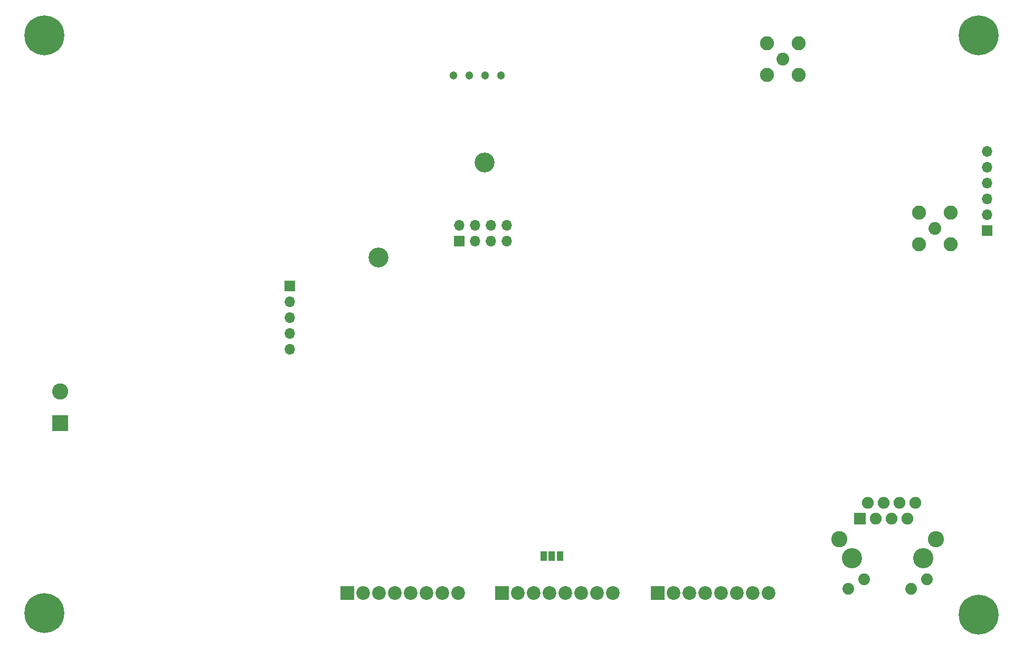
<source format=gbr>
G04 #@! TF.GenerationSoftware,KiCad,Pcbnew,(5.1.9)-1*
G04 #@! TF.CreationDate,2021-02-25T15:37:13+04:00*
G04 #@! TF.ProjectId,saxli,7361786c-692e-46b6-9963-61645f706362,rev?*
G04 #@! TF.SameCoordinates,Original*
G04 #@! TF.FileFunction,Soldermask,Bot*
G04 #@! TF.FilePolarity,Negative*
%FSLAX46Y46*%
G04 Gerber Fmt 4.6, Leading zero omitted, Abs format (unit mm)*
G04 Created by KiCad (PCBNEW (5.1.9)-1) date 2021-02-25 15:37:13*
%MOMM*%
%LPD*%
G01*
G04 APERTURE LIST*
%ADD10C,1.303000*%
%ADD11R,1.000000X1.500000*%
%ADD12C,3.200000*%
%ADD13C,2.250000*%
%ADD14C,2.050000*%
%ADD15O,1.700000X1.700000*%
%ADD16R,1.700000X1.700000*%
%ADD17R,2.200000X2.200000*%
%ADD18C,2.200000*%
%ADD19C,3.250000*%
%ADD20C,2.600000*%
%ADD21C,1.890000*%
%ADD22C,1.900000*%
%ADD23R,1.900000X1.900000*%
%ADD24R,2.600000X2.600000*%
%ADD25C,6.400000*%
G04 APERTURE END LIST*
D10*
X116459000Y-31877000D03*
X113919000Y-31877000D03*
X111379000Y-31877000D03*
X108839000Y-31877000D03*
D11*
X123287000Y-108966000D03*
X124587000Y-108966000D03*
X125887000Y-108966000D03*
D12*
X96774000Y-61087000D03*
X113792000Y-45847000D03*
D13*
X164211000Y-31750000D03*
X159131000Y-31750000D03*
X159131000Y-26670000D03*
X164211000Y-26670000D03*
D14*
X161671000Y-29210000D03*
D13*
X183515000Y-58928000D03*
X183515000Y-53848000D03*
X188595000Y-53848000D03*
X188595000Y-58928000D03*
D14*
X186055000Y-56388000D03*
D15*
X194437000Y-44069000D03*
X194437000Y-46609000D03*
X194437000Y-49149000D03*
X194437000Y-51689000D03*
X194437000Y-54229000D03*
D16*
X194437000Y-56769000D03*
D17*
X141605000Y-114935000D03*
D18*
X144145000Y-114935000D03*
X146685000Y-114935000D03*
X149225000Y-114935000D03*
X151765000Y-114935000D03*
X154305000Y-114935000D03*
X156845000Y-114935000D03*
X159385000Y-114935000D03*
D17*
X91821000Y-114935000D03*
D18*
X94361000Y-114935000D03*
X96901000Y-114935000D03*
X99441000Y-114935000D03*
X101981000Y-114935000D03*
X104521000Y-114935000D03*
X107061000Y-114935000D03*
X109601000Y-114935000D03*
D17*
X116586000Y-114935000D03*
D18*
X119126000Y-114935000D03*
X121666000Y-114935000D03*
X124206000Y-114935000D03*
X126746000Y-114935000D03*
X129286000Y-114935000D03*
X131826000Y-114935000D03*
X134366000Y-114935000D03*
D19*
X184150000Y-109337000D03*
X172720000Y-109337000D03*
D20*
X186210000Y-106287000D03*
X170660000Y-106287000D03*
D21*
X172110000Y-114237000D03*
X174650000Y-112717000D03*
X182220000Y-114237000D03*
X184760000Y-112717000D03*
D22*
X182880000Y-100457000D03*
X181610000Y-102997000D03*
X180340000Y-100457000D03*
X179070000Y-102997000D03*
X177800000Y-100457000D03*
X176530000Y-102997000D03*
X175260000Y-100457000D03*
D23*
X173990000Y-102997000D03*
D15*
X117348000Y-55880000D03*
X117348000Y-58420000D03*
X114808000Y-55880000D03*
X114808000Y-58420000D03*
X112268000Y-55880000D03*
X112268000Y-58420000D03*
X109728000Y-55880000D03*
D16*
X109728000Y-58420000D03*
D15*
X82550000Y-75819000D03*
X82550000Y-73279000D03*
X82550000Y-70739000D03*
X82550000Y-68199000D03*
D16*
X82550000Y-65659000D03*
D20*
X45720000Y-82550000D03*
D24*
X45720000Y-87630000D03*
D25*
X193040000Y-25400000D03*
X193040000Y-118364000D03*
X43180000Y-118110000D03*
X43180000Y-25400000D03*
M02*

</source>
